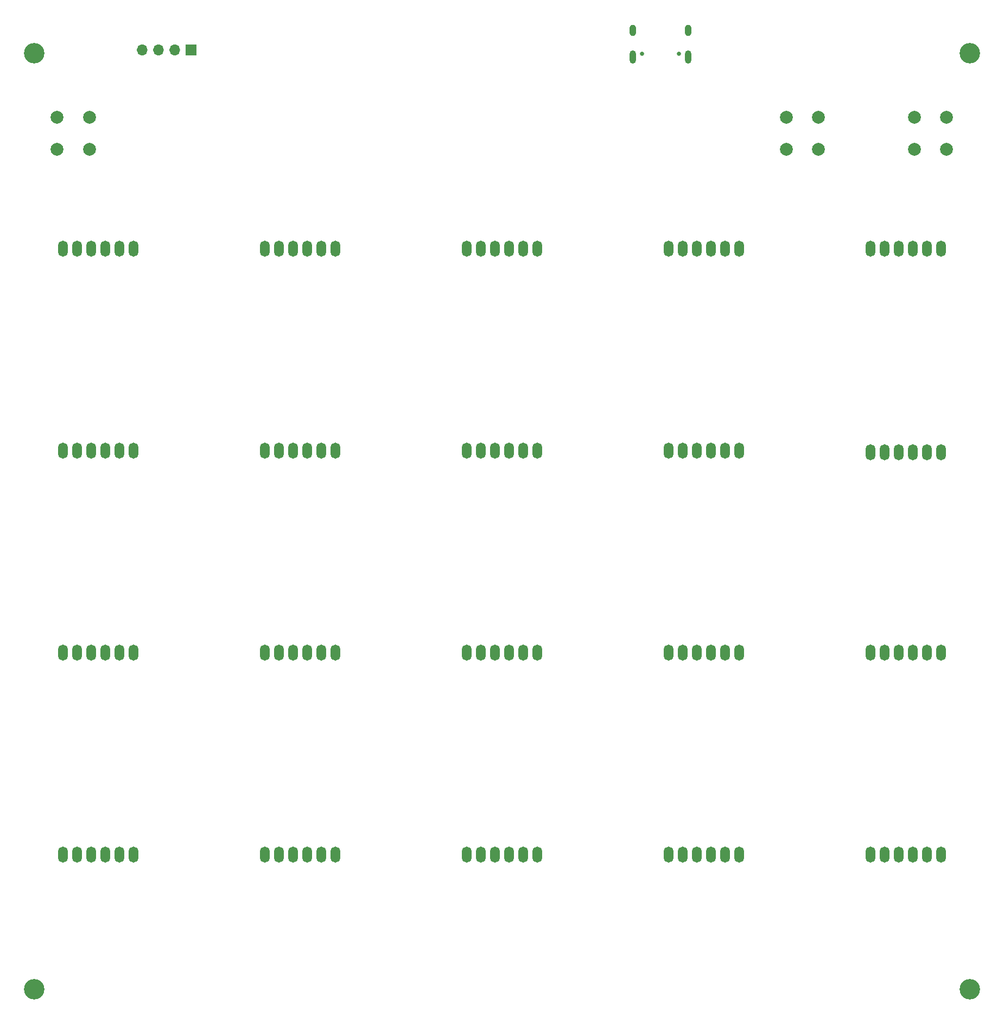
<source format=gbr>
%TF.GenerationSoftware,KiCad,Pcbnew,(6.0.10)*%
%TF.CreationDate,2023-03-03T22:29:42-05:00*%
%TF.ProjectId,master_board,6d617374-6572-45f6-926f-6172642e6b69,rev?*%
%TF.SameCoordinates,Original*%
%TF.FileFunction,Soldermask,Bot*%
%TF.FilePolarity,Negative*%
%FSLAX46Y46*%
G04 Gerber Fmt 4.6, Leading zero omitted, Abs format (unit mm)*
G04 Created by KiCad (PCBNEW (6.0.10)) date 2023-03-03 22:29:42*
%MOMM*%
%LPD*%
G01*
G04 APERTURE LIST*
%ADD10C,0.650000*%
%ADD11O,1.000000X1.800000*%
%ADD12O,1.000000X2.100000*%
%ADD13O,1.500000X2.500000*%
%ADD14C,3.200000*%
%ADD15C,2.000000*%
%ADD16R,1.700000X1.700000*%
%ADD17O,1.700000X1.700000*%
G04 APERTURE END LIST*
D10*
%TO.C,J2*%
X122590000Y-23105000D03*
X116810000Y-23105000D03*
D11*
X115380000Y-19425000D03*
D12*
X124020000Y-23605000D03*
D11*
X124020000Y-19425000D03*
D12*
X115380000Y-23605000D03*
%TD*%
D13*
%TO.C,M6*%
X58000000Y-116500000D03*
X60200000Y-116500000D03*
X62400000Y-116500000D03*
X64600000Y-116500000D03*
X66800000Y-116500000D03*
X69000000Y-116500000D03*
%TD*%
%TO.C,M18*%
X152500000Y-116500000D03*
X154700000Y-116500000D03*
X156900000Y-116500000D03*
X159100000Y-116500000D03*
X161300000Y-116500000D03*
X163500000Y-116500000D03*
%TD*%
%TO.C,M7*%
X58000000Y-148000000D03*
X60200000Y-148000000D03*
X62400000Y-148000000D03*
X64600000Y-148000000D03*
X66800000Y-148000000D03*
X69000000Y-148000000D03*
%TD*%
D14*
%TO.C,H1*%
X22000000Y-23000000D03*
%TD*%
D13*
%TO.C,M9*%
X89500000Y-85000000D03*
X91700000Y-85000000D03*
X93900000Y-85000000D03*
X96100000Y-85000000D03*
X98300000Y-85000000D03*
X100500000Y-85000000D03*
%TD*%
D14*
%TO.C,H3*%
X168000000Y-23000000D03*
%TD*%
D15*
%TO.C,SW1*%
X159350000Y-33000000D03*
X164350000Y-33000000D03*
X159350000Y-38000000D03*
X164350000Y-38000000D03*
%TD*%
D13*
%TO.C,M5*%
X58000000Y-85000000D03*
X60200000Y-85000000D03*
X62400000Y-85000000D03*
X64600000Y-85000000D03*
X66800000Y-85000000D03*
X69000000Y-85000000D03*
%TD*%
%TO.C,M0*%
X26500000Y-53500000D03*
X28700000Y-53500000D03*
X30900000Y-53500000D03*
X33100000Y-53500000D03*
X35300000Y-53500000D03*
X37500000Y-53500000D03*
%TD*%
%TO.C,M4*%
X58000000Y-53500000D03*
X60200000Y-53500000D03*
X62400000Y-53500000D03*
X64600000Y-53500000D03*
X66800000Y-53500000D03*
X69000000Y-53500000D03*
%TD*%
D14*
%TO.C,H2*%
X22000000Y-169000000D03*
%TD*%
D13*
%TO.C,M2*%
X26500000Y-116500000D03*
X28700000Y-116500000D03*
X30900000Y-116500000D03*
X33100000Y-116500000D03*
X35300000Y-116500000D03*
X37500000Y-116500000D03*
%TD*%
%TO.C,M17*%
X152500000Y-85250000D03*
X154700000Y-85250000D03*
X156900000Y-85250000D03*
X159100000Y-85250000D03*
X161300000Y-85250000D03*
X163500000Y-85250000D03*
%TD*%
%TO.C,M3*%
X26500000Y-148000000D03*
X28700000Y-148000000D03*
X30900000Y-148000000D03*
X33100000Y-148000000D03*
X35300000Y-148000000D03*
X37500000Y-148000000D03*
%TD*%
%TO.C,M16*%
X152500000Y-53500000D03*
X154700000Y-53500000D03*
X156900000Y-53500000D03*
X159100000Y-53500000D03*
X161300000Y-53500000D03*
X163500000Y-53500000D03*
%TD*%
D16*
%TO.C,J3*%
X46500000Y-22500000D03*
D17*
X43960000Y-22500000D03*
X41420000Y-22500000D03*
X38880000Y-22500000D03*
%TD*%
D13*
%TO.C,M15*%
X121000000Y-148000000D03*
X123200000Y-148000000D03*
X125400000Y-148000000D03*
X127600000Y-148000000D03*
X129800000Y-148000000D03*
X132000000Y-148000000D03*
%TD*%
%TO.C,M12*%
X121000000Y-53500000D03*
X123200000Y-53500000D03*
X125400000Y-53500000D03*
X127600000Y-53500000D03*
X129800000Y-53500000D03*
X132000000Y-53500000D03*
%TD*%
D14*
%TO.C,H4*%
X168000000Y-169000000D03*
%TD*%
D13*
%TO.C,M10*%
X89500000Y-116500000D03*
X91700000Y-116500000D03*
X93900000Y-116500000D03*
X96100000Y-116500000D03*
X98300000Y-116500000D03*
X100500000Y-116500000D03*
%TD*%
%TO.C,M14*%
X121000000Y-116500000D03*
X123200000Y-116500000D03*
X125400000Y-116500000D03*
X127600000Y-116500000D03*
X129800000Y-116500000D03*
X132000000Y-116500000D03*
%TD*%
%TO.C,M11*%
X89500000Y-148000000D03*
X91700000Y-148000000D03*
X93900000Y-148000000D03*
X96100000Y-148000000D03*
X98300000Y-148000000D03*
X100500000Y-148000000D03*
%TD*%
%TO.C,M19*%
X152500000Y-148000000D03*
X154700000Y-148000000D03*
X156900000Y-148000000D03*
X159100000Y-148000000D03*
X161300000Y-148000000D03*
X163500000Y-148000000D03*
%TD*%
%TO.C,M8*%
X89500000Y-53500000D03*
X91700000Y-53500000D03*
X93900000Y-53500000D03*
X96100000Y-53500000D03*
X98300000Y-53500000D03*
X100500000Y-53500000D03*
%TD*%
%TO.C,M13*%
X121000000Y-85000000D03*
X123200000Y-85000000D03*
X125400000Y-85000000D03*
X127600000Y-85000000D03*
X129800000Y-85000000D03*
X132000000Y-85000000D03*
%TD*%
D15*
%TO.C,SW2*%
X139350000Y-33000000D03*
X144350000Y-33000000D03*
X139350000Y-38000000D03*
X144350000Y-38000000D03*
%TD*%
%TO.C,SW3*%
X25600000Y-33000000D03*
X30600000Y-33000000D03*
X25600000Y-38000000D03*
X30600000Y-38000000D03*
%TD*%
D13*
%TO.C,M1*%
X26500000Y-85000000D03*
X28700000Y-85000000D03*
X30900000Y-85000000D03*
X33100000Y-85000000D03*
X35300000Y-85000000D03*
X37500000Y-85000000D03*
%TD*%
M02*

</source>
